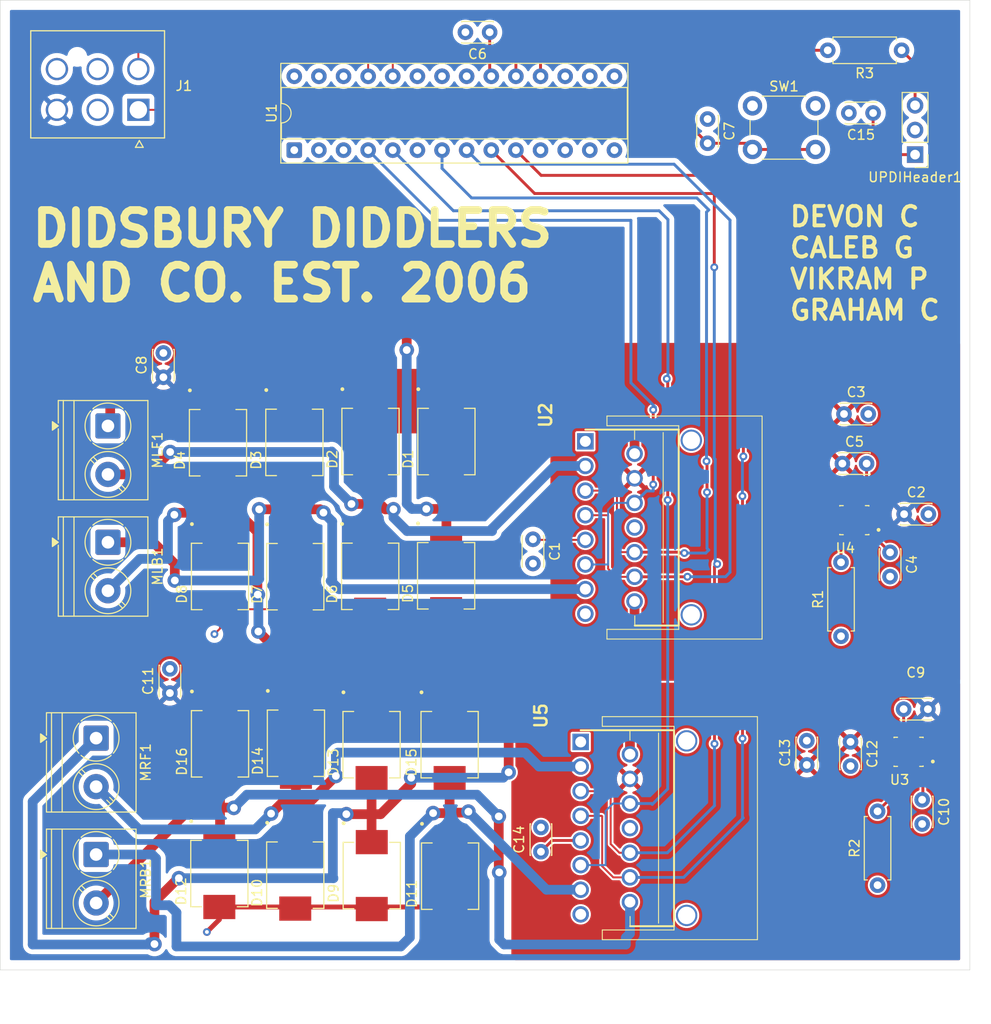
<source format=kicad_pcb>
(kicad_pcb (version 20241229) (generator "pcbnew") (generator_version "9.0")
  (layers (0 "F.Cu" signal) (4 "In1.Cu" signal) (6 "In2.Cu" signal) (2 "B.Cu" signal) (13 "F.Paste" user) (15 "B.Paste" user) (5 "F.SilkS" user "F.Silkscreen") (7 "B.SilkS" user "B.Silkscreen") (1 "F.Mask" user) (3 "B.Mask" user) (25 "Edge.Cuts" user))
  (net 0 "")
  (net 1 "GND")
  (net 2 "5V Logic")
  (net 3 "7.2V Motor")
  (net 4 "Net-(C3-+)")
  (net 5 "Net-(C4-+)")
  (net 6 "Net-(U2-OUT1)")
  (net 7 "Net-(C7--)")
  (net 8 "Net-(U2-OUT2)")
  (net 9 "Net-(C10-+)")
  (net 10 "Net-(C12-+)")
  (net 11 "Net-(U2-OUT3)")
  (net 12 "Net-(U2-OUT4)")
  (net 13 "Net-(U5-OUT1)")
  (net 14 "Net-(U5-OUT2)")
  (net 15 "Net-(U5-OUT3)")
  (net 16 "Net-(U5-OUT4)")
  (net 17 "SCL")
  (net 18 "SDA")
  (net 19 "Net-(R1--)")
  (net 20 "Net-(R2--)")
  (net 21 "Net-(R3-+)")
  (net 22 "Net-(R3--)")
  (net 23 "LFWD")
  (net 24 "RFWD")
  (net 25 "RPWM")
  (net 26 "LBWD")
  (net 29 "LPWM")
  (net 30 "RBWD")
  (footprint "B340-13-F:DIO_B340-13-F" (layer "F.Cu") (at 146.0725 87.6725 90)
    (property "Reference" "D1")
    (property "Value" "B340-13-F")
  )
  (footprint "TerminalBlock_Phoenix:TerminalBlock_Phoenix_PT-1,5-2-5.0-H_1x02_P5.00mm_Horizontal" (layer "F.Cu") (at 111.1625 86.06 -90)
    (property "Reference" "MLF1")
    (property "Value" "Screw_Terminal_2_P5.00mm" (hide yes))
  )
  (footprint "Package_DIP:DIP-28_W7.62mm_Socket" (layer "F.Cu") (at 130.38 57.62 90)
    (property "Reference" "U1")
    (property "Value" "AVR128DB28x-xSP")
  )
  (footprint "B340-13-F:DIO_B340-13-F" (layer "F.Cu") (at 130.5525 118.785 90)
    (property "Reference" "D14")
    (property "Value" "B340-13-F")
  )
  (footprint "B340-13-F:DIO_B340-13-F" (layer "F.Cu") (at 130.3925 87.76 90)
    (property "Reference" "D3")
    (property "Value" "B340-13-F")
  )
  (footprint "Capacitor_THT:C_Disc_D3.0mm_W2.0mm_P2.50mm" (layer "F.Cu") (at 191.83 99.1 -90)
    (property "Reference" "C4")
    (property "Value" "1nF")
  )
  (footprint "B340-13-F:DIO_B340-13-F" (layer "F.Cu") (at 138.2425 87.67 90)
    (property "Reference" "D2")
    (property "Value" "B340-13-F")
  )
  (footprint "Capacitor_THT:C_Disc_D3.0mm_W2.0mm_P2.50mm" (layer "F.Cu") (at 186.91 89.94)
    (property "Reference" "C5")
    (property "Value" "100nF")
  )
  (footprint "B340-13-F:DIO_B340-13-F" (layer "F.Cu") (at 122.7225 101.585 90)
    (property "Reference" "D8")
    (property "Value" "B340-13-F")
  )
  (footprint "TCKE812NA_RF:IC_TCKE812NA_RF" (layer "F.Cu") (at 193.74 119.67 180)
    (property "Reference" "U3")
    (property "Value" "TCKE812NA_RF" (hide yes))
  )
  (footprint "B340-13-F:DIO_B340-13-F" (layer "F.Cu") (at 138.2125 101.5725 90)
    (property "Reference" "D6")
    (property "Value" "B340-13-F")
  )
  (footprint "TerminalBlock_Phoenix:TerminalBlock_Phoenix_PT-1,5-2-5.0-H_1x02_P5.00mm_Horizontal" (layer "F.Cu") (at 111.1625 98.06 -90)
    (property "Reference" "MLB1")
    (property "Value" "Screw_Terminal_2_P5.00mm" (hide yes))
  )
  (footprint "B340-13-F:DIO_B340-13-F" (layer "F.Cu") (at 122.5125 87.7925 90)
    (property "Reference" "D4")
    (property "Value" "B340-13-F")
  )
  (footprint "Capacitor_THT:C_Disc_D3.0mm_W2.0mm_P2.50mm" (layer "F.Cu") (at 155 97.75 -90)
    (property "Reference" "C1")
    (property "Value" "100nF")
  )
  (footprint "B340-13-F:DIO_B340-13-F" (layer "F.Cu") (at 122.7225 118.845 90)
    (property "Reference" "D16")
    (property "Value" "B340-13-F")
  )
  (footprint "B340-13-F:DIO_B340-13-F" (layer "F.Cu") (at 146.4025 118.9325 90)
    (property "Reference" "D15")
    (property "Value" "B340-13-F")
  )
  (footprint "Resistor_THT:R_Axial_DIN0207_L6.3mm_D2.5mm_P7.62mm_Horizontal" (layer "F.Cu") (at 186.77 107.75 90)
    (property "Reference" "R1")
    (property "Value" "54.5k")
  )
  (footprint "TCKE812NA_RF:IC_TCKE812NA_RF" (layer "F.Cu") (at 188.1425 95.78 180)
    (property "Reference" "U4")
    (property "Value" "TCKE812NA_RF")
  )
  (footprint "B340-13-F:DIO_B340-13-F" (layer "F.Cu") (at 146.0425 101.515 90)
    (property "Reference" "D5")
    (property "Value" "B340-13-F")
  )
  (footprint "B340-13-F:DIO_B340-13-F" (layer "F.Cu") (at 146.4525 132.4925 90)
    (property "Reference" "D11")
    (property "Value" "B340-13-F")
  )
  (footprint "Capacitor_THT:C_Disc_D3.0mm_W2.0mm_P2.50mm" (layer "F.Cu") (at 195.73 115.27 180)
    (property "Reference" "C9")
    (property "Value" "1μF")
  )
  (footprint "Capacitor_THT:C_Disc_D3.0mm_W2.0mm_P2.50mm" (layer "F.Cu") (at 173.01 54.41 -90)
    (property "Reference" "C7")
    (property "Value" "1μF")
  )
  (footprint "Capacitor_THT:C_Disc_D3.0mm_W2.0mm_P2.50mm" (layer "F.Cu") (at 193.28 95.16)
    (property "Reference" "C2")
    (property "Value" "1μF")
  )
  (footprint "Connector_PinHeader_2.54mm:PinHeader_1x03_P2.54mm_Vertical" (layer "F.Cu") (at 194.41 58.08 180)
    (property "Reference" "UPDIHeader1")
    (property "Value" "PINHD_1x3_Male")
  )
  (footprint "B340-13-F:DIO_B340-13-F" (layer "F.Cu") (at 130.4825 132.3875 90)
    (property "Reference" "D10")
    (property "Value" "B340-13-F")
  )
  (footprint "Capacitor_THT:C_Disc_D3.0mm_W2.0mm_P2.50mm" (layer "F.Cu") (at 187.75 118.64 -90)
    (property "Reference" "C12")
    (property "Value" "1μF")
  )
  (footprint "Capacitor_THT:C_Disc_D3.0mm_W2.0mm_P2.50mm" (layer "F.Cu") (at 195.14 124.61 -90)
    (property "Reference" "C10")
    (property "Value" "1nF")
  )
  (footprint "TerminalBlock_Phoenix:TerminalBlock_Phoenix_PT-1,5-2-5.0-H_1x02_P5.00mm_Horizontal" (layer "F.Cu") (at 109.9425 130.26 -90)
    (property "Reference" "MRB1")
    (property "Value" "Screw_Terminal_2_P5.00mm" (hide yes))
  )
  (footprint "B340-13-F:DIO_B340-13-F" (layer "F.Cu") (at 138.3525 118.9325 90)
    (property "Reference" "D13")
    (property "Value" "B340-13-F")
  )
  (footprint "Resistor_THT:R_Axial_DIN0207_L6.3mm_D2.5mm_P7.62mm_Horizontal" (layer "F.Cu") (at 190.54 133.42 90)
    (property "Reference" "R2")
    (property "Value" "54.5k")
  )
  (footprint "2125201006:MOLEX_2125201006" (layer "F.Cu") (at 114.3 53.46)
    (property "Reference" "J1")
    (property "Value" "2125201006")
  )
  (footprint "B340-13-F:DIO_B340-13-F" (layer "F.Cu") (at 130.4825 101.6075 90)
    (property "Reference" "D7")
    (property "Value" "B340-13-F")
  )
  (footprint "B340-13-F:DIO_B340-13-F" (layer "F.Cu") (at 122.6525 132.2225 90)
    (property "Reference" "D12")
    (property "Value" "B340-13-F")
  )
  (footprint "Resistor_THT:R_Axial_DIN0207_L6.3mm_D2.5mm_P7.62mm_Horizontal" (layer "F.Cu") (at 193.02 47.32 180)
    (property "Reference" "R3")
    (property "Value" "1.2k")
  )
  (footprint "Capacitor_THT:C_Disc_D3.0mm_W2.0mm_P2.50mm" (layer "F.Cu") (at 116.88 81.04 90)
    (property "Reference" "C8")
    (property "Value" "220μF")
  )
  (footprint "Capacitor_THT:C_Disc_D3.0mm_W2.0mm_P2.50mm" (layer "F.Cu") (at 187.08 84.83)
    (property "Reference" "C3")
    (property "Value" "1μF")
  )
  (footprint "L298N:Multiwatt15L V with heatsink v2" (layer "F.Cu") (at 160.4 87.65 -90)
    (property "Reference" "U2")
    (property "Value" "L298N" (hide yes))
  )
  (footprint "L298N:Multiwatt15L V with heatsink v2" (layer "F.Cu") (at 159.92 118.65 -90)
    (property "Reference" "U5")
    (property "Value" "L298N" (hide yes))
  )
  (footprint "B340-13-F:DIO_B340-13-F" (layer "F.Cu") (at 138.3725 132.4325 90)
    (property "Reference" "D9")
    (property "Value" "B340-13-F")
  )
  (footprint "Capacitor_THT:C_Disc_D3.0mm_W2.0mm_P2.50mm" (layer "F.Cu") (at 190.08 53.79 180)
    (property "Reference" "C15")
    (property "Value" "1μF")
  )
  (footprint "Capacitor_THT:C_Disc_D3.0mm_W2.0mm_P2.50mm" (layer "F.Cu") (at 150.53 45.46 180)
    (property "Reference" "C6")
    (property "Value" "1μF")
  )
  (footprint "Capacitor_THT:C_Disc_D3.0mm_W2.0mm_P2.50mm" (layer "F.Cu") (at 155.82 129.97 90)
    (property "Reference" "C14")
    (property "Value" "100nF")
  )
  (footprint "Capacitor_THT:C_Disc_D3.0mm_W2.0mm_P2.50mm" (layer "F.Cu") (at 183.24 121.02 90)
    (property "Reference" "C13")
    (property "Value" "100nF" (hide yes))
  )
  (footprint "Capacitor_THT:C_Disc_D3.0mm_W2.0mm_P2.50mm" (layer "F.Cu") (at 117.55 113.61 90)
    (property "Reference" "C11")
    (property "Value" "220μF")
  )
  (footprint "TerminalBlock_Phoenix:TerminalBlock_Phoenix_PT-1,5-2-5.0-H_1x02_P5.00mm_Horizontal" (layer "F.Cu") (at 109.9425 118.26 -90)
    (property "Reference" "MRF1")
    (property "Value" "Screw_Terminal_2_P5.00mm" (hide yes))
  )
  (footprint "Button_Switch_THT:SW_PUSH_6mm" (layer "F.Cu") (at 177.64 53.05)
    (property "Reference" "SW1")
    (property "Value" "SW_Push")
  )
  (gr_line (start 200.055 42.16) (end 100.055 42.16) (stroke (width 0.05)) (layer "Edge.Cuts"))
  (gr_line (start 100.055 142.16) (end 200.055 142.16) (stroke (width 0.05)) (layer "Edge.Cuts"))
  (gr_line (start 200.055 142.16) (end 200.055 42.16) (stroke (width 0.05)) (layer "Edge.Cuts"))
  (gr_line (start 100.055 42.16) (end 100.055 142.16) (stroke (width 0.05)) (layer "Edge.Cuts"))
  (gr_text "DEVON C\nCALEB G\nVIKRAM P\nGRAHAM C" (at 181.3 75.3 0) (layer "F.SilkS") (effects (font (size 2 2) (thickness 0.4) (bold yes)) (justify left bottom)))
  (gr_text "DIDSBURY DIDDLERS\nAND CO. EST. 2006" (at 103 73.4 0) (layer "F.SilkS") (effects (font (size 3.5 3.5) (thickness 0.8) (bold yes)) (justify left bottom)))
  (segment (start 189.3 91.6) (end 188.7 91.6) (width 0.3) (layer "F.Cu") (net 1))
  (segment (start 122.6525 135.6725) (end 122.6525 136.9675) (width 0.5) (layer "F.Cu") (net 1))
  (segment (start 146.0425 104.965) (end 122.7925 104.965) (width 0.2) (layer "F.Cu") (net 1))
  (segment (start 188.7 91.6) (end 188.1425 92.1575) (width 0.3) (layer "F.Cu") (net 1))
  (segment (start 122.6525 135.6725) (end 146.1825 135.6725) (width 0.5) (layer "F.Cu") (net 1))
  (segment (start 122.7925 104.965) (end 122.7225 105.035) (width 0.2) (layer "F.Cu") (net 1))
  (segment (start 193.23 119.16) (end 193.74 119.67) (width 0.3) (layer "F.Cu") (net 1))
  (segment (start 122.6525 136.9675) (end 121.37 138.25) (width 0.5) (layer "F.Cu") (net 1))
  (segment (start 148.04 49.88) (end 148.16 50) (width 0.3) (layer "F.Cu") (net 1))
  (segment (start 122.7225 105.035) (end 122.7225 106.9575) (width 0.2) (layer "F.Cu") (net 1))
  (segment (start 193.23 115.27) (end 193.23 119.16) (width 0.3) (layer "F.Cu") (net 1))
  (segment (start 122.7225 106.9575) (end 122.15 107.53) (width 0.2) (layer "F.Cu") (net 1))
  (segment (start 188.1425 92.1575) (end 188.1425 95.78) (width 0.3) (layer "F.Cu") (net 1))
  (segment (start 189.41 91.49) (end 189.3 91.6) (width 0.3) (layer "F.Cu") (net 1))
  (segment (start 189.41 89.94) (end 189.41 91.49) (width 0.3) (layer "F.Cu") (net 1))
  (segment (start 146.1825 135.6725) (end 146.4525 135.9425) (width 0.2) (layer "F.Cu") (net 1))
  (via (at 121.37 138.25) (size 0.8) (drill 0.4) (layers "F.Cu" "B.Cu") (net 1))
  (via (at 122.15 107.53) (size 0.8) (drill 0.4) (layers "F.Cu" "B.Cu") (net 1))
  (segment (start 156.98 128.81) (end 155.82 129.97) (width 0.3) (layer "F.Cu") (net 2))
  (segment (start 190.08 53.79) (end 190.08 56.27) (width 0.3) (layer "F.Cu") (net 2))
  (segment (start 159.92 128.81) (end 156.98 128.81) (width 0.3) (layer "F.Cu") (net 2))
  (segment (start 155.06 97.81) (end 155 97.75) (width 0.2) (layer "F.Cu") (net 2))
  (segment (start 191.89 58.08) (end 194.41 58.08) (width 0.3) (layer "F.Cu") (net 2))
  (segment (start 150.54 49.84) (end 150.7 50) (width 0.3) (layer "F.Cu") (net 2))
  (segment (start 150.54 45.98) (end 150.54 49.84) (width 0.3) (layer "F.Cu") (net 2))
  (segment (start 160.4 97.81) (end 155.06 97.81) (width 0.2) (layer "F.Cu") (net 2))
  (segment (start 190.08 56.27) (end 191.89 58.08) (width 0.3) (layer "F.Cu") (net 2))
  (segment (start 146.315 115.395) (end 146.4025 115.4825) (width 2.1) (layer "F.Cu") (net 3))
  (segment (start 189.615 94.85) (end 189.615 95.13) (width 0.3) (layer "F.Cu") (net 3))
  (segment (start 189.645 95.16) (end 189.615 95.13) (width 0.3) (layer "F.Cu") (net 3))
  (segment (start 122.6325 84.2225) (end 122.5125 84.3425) (width 0.2) (layer "F.Cu") (net 3))
  (segment (start 187.08 84.83) (end 186.665 85.245) (width 0.3) (layer "F.Cu") (net 4))
  (segment (start 191.83 99.1) (end 189.6175 96.8875) (width 0.3) (layer "F.Cu") (net 5))
  (segment (start 189.6175 96.8875) (end 189.6175 96.851) (width 0.3) (layer "F.Cu") (net 5))
  (segment (start 141.98 76.63) (end 141.98 78.23) (width 1) (layer "F.Cu") (net 6))
  (segment (start 154.13 82.47) (end 155.11 81.49) (width 1) (layer "F.Cu") (net 6))
  (segment (start 146.0725 94.69) (end 148.67 94.69) (width 1) (layer "F.Cu") (net 6))
  (segment (start 140.01 74.66) (end 141.98 76.63) (width 1) (layer "F.Cu") (net 6))
  (segment (start 111.4 74.74) (end 139.93 74.74) (width 1) (layer "F.Cu") (net 6))
  (segment (start 146.0725 94.69) (end 146.0725 98.035) (width 1) (layer "F.Cu") (net 6))
  (segment (start 165.48 85.02) (end 165.48 88.92) (width 1) (layer "F.Cu") (net 6))
  (segment (start 111.4 85.8225) (end 111.4 74.74) (width 1) (layer "F.Cu") (net 6))
  (segment (start 155.11 81.49) (end 161.95 81.49) (width 1) (layer "F.Cu") (net 6))
  (segment (start 146.0025 94.62) (end 146.0725 94.69) (width 1) (layer "F.Cu") (net 6))
  (segment (start 111.1625 86.06) (end 111.4 85.8225) (width 1) (layer "F.Cu") (net 6))
  (segment (start 154.13 89.23) (end 154.13 82.47) (width 1) (layer "F.Cu") (net 6))
  (segment (start 146.0725 91.1225) (end 146.0725 94.69) (width 1) (layer "F.Cu") (net 6))
  (segment (start 148.67 94.69) (end 154.13 89.23) (width 1) (layer "F.Cu") (net 6))
  (segment (start 144 94.62) (end 146.0025 94.62) (width 1) (layer "F.Cu") (net 6))
  (segment (start 139.93 74.74) (end 140.01 74.66) (width 1) (layer "F.Cu") (net 6))
  (segment (start 146.0725 98.035) (end 146.0425 98.065) (width 1) (layer "F.Cu") (net 6))
  (segment (start 161.95 81.49) (end 165.48 85.02) (width 1) (layer "F.Cu") (net 6))
  (via (at 144 94.62) (size 1.5) (drill 0.8) (layers "F.Cu" "B.Cu") (net 6))
  (via (at 141.98 78.23) (size 1.5) (drill 0.8) (layers "F.Cu" "B.Cu") (net 6))
  (segment (start 144 94.62) (end 142.51 94.62) (width 1) (layer "B.Cu") (net 6))
  (segment (start 141.98 94.09) (end 141.98 78.23) (width 1) (layer "B.Cu") (net 6))
  (segment (start 142.51 94.62) (end 141.98 94.09) (width 1) (layer "B.Cu") (net 6))
  (segment (start 156.95 47.41) (end 169.86 47.41) (width 0.3) (layer "F.Cu") (net 7))
  (segment (start 155.78 48.58) (end 156.95 47.41) (width 0.3) (layer "F.Cu") (net 7))
  (segment (start 170.55 54.45) (end 173.01 56.91) (width 0.3) (layer "F.Cu") (net 7))
  (segment (start 170.55 48.1) (end 170.55 54.45) (width 0.3) (layer "F.Cu") (net 7))
  (segment (start 173.01 56.91) (end 177 56.91) (width 0.3) (layer "F.Cu") (net 7))
  (segment (start 169.86 47.41) (end 170.55 48.1) (width 0.3) (layer "F.Cu") (net 7))
  (segment (start 184.14 57.55) (end 177.64 57.55) (width 0.3) (layer "F.Cu") (net 7))
  (segment (start 177 56.91) (end 177.64 57.55) (width 0.3) (layer "F.Cu") (net 7))
  (segment (start 155.78 50) (end 155.78 48.58) (width 0.3) (layer "F.Cu") (net 7))
  (segment (start 139.77 94.66) (end 139.42 94.31) (width 1) (layer "F.Cu") (net 8))
  (segment (start 138.2425 91.12) (end 138.2425 94.31) (width 1) (layer "F.Cu") (net 8))
  (segment (start 138.0425 94.11) (end 138.2425 94.31) (width 1) (layer "F.Cu") (net 8))
  (segment (start 136.28 94.11) (end 138.0425 94.11) (width 1) (layer "F.Cu") (net 8))
  (segment (start 115.27 91.06) (end 117.58 88.75) (width 1) (layer "F.Cu") (net 8))
  (segment (start 139.42 94.31) (end 138.2425 94.31) (width 1) (layer "F.Cu") (net 8))
  (segment (start 138.2425 94.31) (end 138.2425 98.0925) (width 1) (layer "F.Cu") (net 8))
  (segment (start 140.61 94.66) (end 139.77 94.66) (width 1) (layer "F.Cu") (net 8))
  (segment (start 138.2425 98.0925) (end 138.2125 98.1225) (width 1) (layer "F.Cu") (net 8))
  (segment (start 111.1625 91.06) (end 115.27 91.06) (width 1) (layer "F.Cu") (net 8))
  (via (at 140.61 94.66) (size 1.5) (drill 0.8) (layers "F.Cu" "B.Cu") (net 8))
  (via (at 117.58 88.75) (size 1.5) (drill 0.8) (layers "F.Cu" "B.Cu") (net 8))
  (via (at 136.28 94.11) (size 1.5) (drill 0.8) (layers "F.Cu" "B.Cu") (net 8))
  (segment (start 142.01 96.9) (end 150.78 96.9) (width 1) (layer "B.Cu") (net 8))
  (segment (start 150.78 96.9) (end 150.78 96.66) (width 1) (layer "B.Cu") (net 8))
  (segment (start 134.23 88.7) (end 134.18 88.75) (width 1) (layer "B.Cu") (net 8))
  (segment (start 140.61 95.5) (end 142.01 96.9) (width 1) (layer "B.Cu") (net 8))
  (segment (start 134.18 88.75) (end 117.58 88.75) (width 1) (layer "B.Cu") (net 8))
  (segment (start 134.48 92.31) (end 134.48 88.95) (width 1) (layer "B.Cu") (net 8))
  (segment (start 150.78 96.66) (end 157.25 90.19) (width 1) (layer "B.Cu") (net 8))
  (segment (start 134.48 88.95) (end 134.23 88.7) (width 1) (layer "B.Cu") (net 8))
  (segment (start 136.28 94.11) (end 134.48 92.31) (width 1) (layer "B.Cu") (net 8))
  (segment (start 140.61 94.66) (end 140.61 95.5) (width 1) (layer "B.Cu") (net 8))
  (segment (start 157.25 90.19) (end 160.4 90.19) (width 1) (layer "B.Cu") (net 8))
  (segment (start 195.215 124.535) (end 195.14 124.61) (width 0.3) (layer "F.Cu") (net 9))
  (segment (start 195.215 120.67) (end 195.215 124.535) (width 0.3) (layer "F.Cu") (net 9))
  (segment (start 115.84 98.06) (end 118.06 100.28) (width 1) (layer "F.Cu") (net 11))
  (segment (start 118.06 100.28) (end 118.06 102) (width 1) (layer "F.Cu") (net 11))
  (segment (start 133.05 94.66) (end 133.39 95) (width 1) (layer "F.Cu") (net 11))
  (segment (start 130.3925 91.21) (end 130.3925 94.61) (width 1) (layer "F.Cu") (net 11))
  (segment (start 130.3425 94.66) (end 130.3925 94.61) (width 1) (layer "F.Cu") (net 11))
  (segment (start 111.1625 98.06) (end 115.84 98.06) (width 1) (layer "F.Cu") (net 11))
  (segment (start 126.76 94.66) (end 130.3425 94.66) (width 1) (layer "F.Cu") (net 11))
  (segment (start 130.3425 94.66) (end 133.05 94.66) (width 1) (layer "F.Cu") (net 11))
  (segment (start 130.3925 94.61) (end 130.3925 98.0675) (width 1) (layer "F.Cu") (net 11))
  (segment (start 130.3925 98.0675) (end 130.4825 98.1575) (width 1) (layer "F.Cu") (net 11))
  (via (at 126.76 94.66) (size 1.5) (drill 0.8) (layers "F.Cu" "B.Cu") (net 11))
  (via (at 118.06 102) (size 1.5) (drill 0.8) (layers "F.Cu" "B.Cu") (net 11))
  (via (at 133.39 95) (size 1.5) (drill 0.8) (layers "F.Cu" "B.Cu") (net 11))
  (segment (start 134.29 101.89) (end 134.14 102.04) (width 1) (layer "B.Cu") (net 11))
  (segment (start 118.06 102) (end 126.61 102) (width 1) (layer "B.Cu") (net 11))
  (segment (start 126.76 101.85) (end 126.76 94.66) (width 1) (layer "B.Cu") (net 11))
  (segment (start 134.14 102.04) (end 134.99 102.89) (width 1) (layer "B.Cu") (net 11))
  (segment (start 134.99 102.89) (end 160.4 102.89) (width 1) (layer "B.Cu") (net 11))
  (segment (start 134.29 95.9) (end 134.29 101.89) (width 1) (layer "B.Cu") (net 11))
  (segment (start 126.61 102) (end 126.76 101.85) (width 1) (layer "B.Cu") (net 11))
  (segment (start 133.39 95) (end 134.29 95.9) (width 1) (layer "B.Cu") (net 11))
  (segment (start 165.53 108.7) (end 129 108.7) (width 1) (layer "F.Cu") (net 12))
  (segment (start 122.5125 91.2425) (end 122.5125 95.02) (width 1) (layer "F.Cu") (net 12))
  (segment (start 124.6 95.02) (end 122.5125 95.02) (width 1) (layer "F.Cu") (net 12))
  (segment (start 122.5125 97.925) (end 122.7225 98.135) (width 1) (layer "F.Cu") (net 12))
  (segment (start 126.61796 103.449979) (end 126.58 103.412019) (width 1) (layer "F.Cu") (net 12))
  (segment (start 126.58 103.412019) (end 126.58 97) (width 1) (layer "F.Cu") (net 12))
  (segment (start 128.17 108.75) (end 126.68 107.26) (width 1) (layer "F.Cu") (net 12))
  (segment (start 128.95 108.75) (end 128.17 108.75) (width 1) (layer "F.Cu") (net 12))
  (segment (start 118.21 95.02) (end 118.01 95.22) (width 1) (layer "F.Cu") (net 12))
  (segment (start 165.48 104.16) (end 165.48 108.65) (width 1) (layer "F.Cu") (net 12))
  (segment (start 122.5125 95.02) (end 118.21 95.02) (width 1) (layer "F.Cu") (net 12))
  (segment (start 122.5125 95.02) (end 122.5125 97.925) (width 1) (layer "F.Cu") (net 12))
  (segment (start 129 108.7) (end 128.95 108.75) (width 1) (layer "F.Cu") (net 12))
  (segment (start 126.58 97) (end 124.6 95.02) (width 1) (layer "F.Cu") (net 12))
  (segment (start 165.48 108.65) (end 165.53 108.7) (width 1) (layer "F.Cu") (net 12))
  (via (at 126.61796 103.449979) (size 1.5) (drill 0.8) (layers "F.Cu" "B.Cu") (net 12))
  (via (at 126.68 107.26) (size 1.5) (drill 0.8) (layers "F.Cu" "B.Cu") (net 12))
  (via (at 118.01 95.22) (size 1.5) (drill 0.8) (layers "F.Cu" "B.Cu") (net 12))
  (segment (start 118.01 95.22) (end 117.35 95.88) (width 1) (layer "B.Cu") (net 12))
  (segment (start 126.68 103.512019) (end 126.61796 103.449979) (width 1) (layer "B.Cu") (net 12))
  (segment (start 114.4525 99.77) (end 111.1625 103.06) (width 1) (layer "B.Cu") (net 12))
  (segment (start 117.35 99.77) (end 114.4525 99.77) (width 1) (layer "B.Cu") (net 12))
  (segment (start 126.68 107.26) (end 126.68 103.512019) (width 1) (layer "B.Cu") (net 12))
  (segment (start 117.35 95.88) (end 117.35 99.77) (width 1) (layer "B.Cu") (net 12))
  (segment (start 142.44 122.95) (end 142.44 122.339) (width 1) (layer "F.Cu") (net 13))
  (segment (start 118.48 132.700989) (end 118.409011 132.700989) (width 1) (layer "F.Cu") (net 13))
  (segment (start 139.29 126.1) (end 142.44 122.95) (width 1) (layer "F.Cu") (net 13))
  (segment (start 152.49 121.78) (end 152.49 114.61) (width 1) (layer "F.Cu") (net 13))
  (segment (start 115.962563 135.147437) (end 115.962563 139.497437) (width 1) (layer "F.Cu") (net 13))
  (segment (start 138.3525 128.9625) (end 138.3725 128.9825) (width 0.2) (layer "F.Cu") (net 13))
  (segment (start 152.49 114.61) (end 164.71 114.61) (width 1) (layer "F.Cu") (net 13))
  (segment (start 118.409011 132.700989) (end 115.962563 135.147437) (width 1) (layer "F.Cu") (net 13))
  (segment (start 165 114.9) (end 165 119.92) (width 1) (layer "F.Cu") (net 13))
  (segment (start 138.2925 126.1) (end 138.3525 126.16) (width 1) (layer "F.Cu") (net 13))
  (segment (start 135.75 126.1) (end 138.2925 126.1) (width 1) (layer "F.Cu") (net 13))
  (segment (start 138.3525 122.3825) (end 138.3525 126.16) (width 1) (layer "F.Cu") (net 13))
  (segment (start 138.2925 126.1) (end 139.29 126.1) (width 1) (layer "F.Cu") (net 13))
  (segment (start 138.3525 126.16) (end 138.3525 128.9625) (width 1) (layer "F.Cu") (net 13))
  (segment (start 164.71 114.61) (end 165 114.9) (width 1) (layer "F.Cu") (net 13))
  (via (at 142.44 122.339) (size 1.5) (drill 0.8) (layers "F.Cu" "B.Cu") (net 13))
  (via (at 135.75 126.1) (size 1.5) (drill 0.8) (layers "F.Cu" "B.Cu") (net 13))
  (via (at 118.48 132.700989) (size 1.5) (drill 0.8) (layers "F.Cu" "B.Cu") (net 13))
  (via (at 115.962563 139.497437) (size 1.5) (drill 0.8) (layers "F.Cu" "B.Cu") (net 13))
  (via (at 152.49 121.78) (size 1.5) (drill 0.8) (layers "F.Cu" "B.Cu") (net 13))
  (segment (start 134.36 132.64) (end 134.36 125.99) (width 1) (layer "B.Cu") (net 13))
  (segment (start 134.36 125.99) (end 135.64 125.99) (width 1) (layer "B.Cu") (net 13))
  (segment (start 135.64 125.99) (end 135.75 126.1) (width 1) (layer "B.Cu") (net 13))
  (segment (start 119 132.7) (end 134.42 132.7) (width 1) (layer "B.Cu") (net 13))
  (segment (start 151.931 122.339) (end 152.49 121.78) (width 1) (layer "B.Cu") (net 13))
  (segment (start 118.999011 132.700989) (end 119 132.7) (width 1) (layer "B.Cu") (net 13))
  (segment (start 115.47 139.31) (end 115.775126 139.31) (width 1) (layer "B.Cu") (net 13))
  (segment (start 103.4 124.8025) (end 103.4 139.54) (width 1) (layer "B.Cu") (net 13))
  (segment (start 103.4 139.54) (end 115.24 139.54) (width 1) (layer "B.Cu") (net 13))
  (segment (start 109.9425 118.26) (end 103.4 124.8025) (width 1) (layer "B.Cu") (net 13))
  (segment (start 115.24 139.54) (end 115.47 139.31) (width 1) (layer "B.Cu") (net 13))
  (segment (start 115.775126 139.31) (end 115.962563 139.497437) (width 1) (layer "B.Cu") (net 13))
  (segment (start 134.42 132.7) (end 134.36 132.64) (width 1) (layer "B.Cu") (net 13))
  (segment (start 142.44 122.339) (end 151.931 122.339) (width 1) (layer "B.Cu") (net 13))
  (segment (start 118.48 132.700989) (end 118.999011 132.700989) (width 1) (layer "B.Cu") (net 13))
  (segment (start 130.5525 128.8675) (end 130.4825 128.9375) (width 1) (layer "F.Cu") (net 14))
  (segment (start 130.5525 124.9) (end 131.93 124.9) (width 1) (layer "F.Cu") (net 14))
  (segment (start 130.5525 122.235) (end 130.5525 124.9) (width 1) (layer "F.Cu") (net 14))
  (segment (start 130.5525 124.9) (end 130.5525 128.8675) (width 1) (layer "F.Cu") (net 14))
  (segment (start 131.93 124.9) (end 134.67 122.16) (width 1) (layer "F.Cu") (net 14))
  (segment (start 130.5525 124.9) (end 129.13 124.9) (width 1) (layer "F.Cu") (net 14))
  (segment (start 129.13 124.9) (end 127.99 126.04) (width 1) (layer "F.Cu") (net 14))
  (via (at 134.67 122.16) (size 1.5) (drill 0.8) (layers "F.Cu" "B.Cu") (net 14))
  (via (at 127.99 126.04) (size 1.5) (drill 0.8) (layers "F.Cu" "B.Cu") (net 14))
  (segment (start 127.99 126.04) (end 126.36 127.67) (width 1) (layer "B.Cu") (net 14))
  (segment (start 134.67 122.16) (end 134.67 119.96) (width 1) (layer "B.Cu") (net 14))
  (segment (start 155.63 121.19) (end 159.92 121.19) (width 1) (layer "B.Cu") (net 14))
  (segment (start 114.3525 127.67) (end 109.9425 123.26) (width 1) (layer "B.Cu") (net 14))
  (segment (start 154.19 119.75) (end 155.63 121.19) (width 1) (layer "B.Cu") (net 14))
  (segment (start 134.67 119.96) (end 134.88 119.75) (width 1) (layer "B.Cu") (net 14))
  (segment (start 134.88 119.75) (end 154.19 119.75) (width 1) (layer "B.Cu") (net 14))
  (segment (start 126.36 127.67) (end 114.3525 127.67) (width 1) (layer "B.Cu") (net 14))
  (segment (start 146.4025 122.3825) (end 146.4025 125.94) (width 1) (layer "F.Cu") (net 15))
  (segment (start 146.4025 125.94) (end 148.24 125.94) (width 1) (layer "F.Cu") (net 15))
  (segment (start 148.24 125.94) (end 148.34 125.84) (width 1) (layer "F.Cu") (net 15))
  (segment (start 146.4025 128.9925) (end 146.4525 129.0425) (width 0.2) (layer "F.Cu") (net 15))
  (segment (start 146.4025 125.94) (end 146.4025 128.9925) (width 1) (layer "F.Cu") (net 15))
  (segment (start 144.7 125.99) (end 146.3525 125.99) (width 1) (layer "F.Cu") (net 15))
  (segment (start 146.3525 125.99) (end 146.4025 125.94) (width 1) (layer "F.Cu") (net 15))
  (via (at 148.34 125.84) (size 1.5) (drill 0.8) (layers "F.Cu" "B.Cu") (net 15))
  (via (at 144.7 125.99) (size 1.5) (drill 0.8) (layers "F.Cu" "B.Cu") (net 15))
  (segment (start 118.23 139.74) (end 118.23 136.243013) (width 1) (layer "B.Cu") (net 15))
  (segment (start 116.12 130.66) (end 115.72 130.26) (width 1) (layer "B.Cu") (net 15))
  (segment (start 141.37 139.74) (end 118.23 139.74) (width 1) (layer "B.Cu") (net 15))
  (segment (start 144.7 125.99) (end 142.3 128.39) (width 1) (layer "B.Cu") (net 15))
  (segment (start 118.23 136.243013) (end 117.476987 135.49) (width 1) (layer "B.Cu") (net 15))
  (segment (start 116.12 135.49) (end 116.12 130.66) (width 1) (layer "B.Cu") (net 15))
  (segment (start 142.3 128.39) (end 142.3 138.81) (width 1) (layer "B.Cu") (net 15))
  (segment (start 117.476987 135.49) (end 116.12 135.49) (width 1) (layer "B.Cu") (net 15))
  (segment (start 115.72 130.26) (end 109.9425 130.26) (width 1) (layer "B.Cu") (net 15))
  (segment (start 156.39 133.89) (end 159.92 133.89) (width 1) (layer "B.Cu") (net 15))
  (segment (start 148.34 125.84) (end 156.39 133.89) (width 1) (layer "B.Cu") (net 15))
  (segment (start 142.3 138.81) (end 141.37 139.74) (width 1) (layer "B.Cu") (net 15))
  (segment (start 151.47 126.33) (end 151.47 132.05) (width 1) (layer "F.Cu") (net 16))
  (segment (start 122.7225 125.42) (end 122.7225 128.7025) (width 1) (layer "F.Cu") (net 16))
  (segment (start 151.47 132.05) (end 151.52 132.1) (width 1) (layer "F.Cu") (net 16))
  (segment (start 119.7825 125.42) (end 122.7225 125.42) (width 1) (layer "F.Cu") (net 16))
  (segment (start 122.7225 122.295) (end 122.7225 125.42) (width 1) (layer "F.Cu") (net 16))
  (segment (start 124.11 125.42) (end 124.14 125.45) (width 1) (layer "F.Cu") (net 16))
  (segment (start 122.7225 128.7025) (end 122.6525 128.7725) (width 1) (layer "F.Cu") (net 16))
  (segment (start 109.9425 135.26) (end 119.7825 125.42) (width 1) (layer "F.Cu") (net 16))
  (segment (start 122.7225 125.42) (end 124.11 125.42) (width 1) (layer "F.Cu") (net 16))
  (via (at 124.14 125.45) (size 1.5) (drill 0.8) (layers "F.Cu" "B.Cu") (net 16))
  (via (at 151.47 126.33) (size 1.5) (drill 0.8) (layers "F.Cu" "B.Cu") (net 16))
  (via (at 151.52 132.1) (size 1.5) (drill 0.8) (layers "F.Cu" "B.Cu") (net 16))
  (segment (start 151.52 139.03) (end 152.03 139.54) (width 1) (layer "B.Cu") (net 16))
  (segment (start 165 138.41) (end 165 135.16) (width 1) (layer "B.Cu") (net 16))
  (segment (start 164.58 138.83) (end 165 138.41) (width 1) (layer "B.Cu") (net 16))
  (segment (start 125.501 124.089) (end 149.229 124.089) (width 1) (layer "B.Cu") (net 16))
  (segment (start 151.52 132.1) (end 151.52 139.03) (width 1) (layer "B.Cu") (net 16))
  (segment (start 152.03 139.54) (end 164.58 139.54) (width 1) (layer "B.Cu") (net 16))
  (segment (start 164.58 139.54) (end 164.58 138.83) (width 1) (layer "B.Cu") (net 16))
  (segment (start 124.14 125.45) (end 125.501 124.089) (width 1) (layer "B.Cu") (net 16))
  (segment (start 149.229 124.089) (end 151.47 126.33) (width 1) (layer "B.Cu") (net 16))
  (segment (start 138 47.9) (end 138 50) (width 0.2) (layer "F.Cu") (net 17))
  (segment (start 119.36 52.41) (end 119.36 47.46) (width 0.2) (layer "F.Cu") (net 17))
  (segment (start 119.36 47.46) (end 119.68 47.14) (width 0.2) (layer "F.Cu") (net 17))
  (segment (start 118.31 53.46) (end 119.36 52.41) (width 0.2) (layer "F.Cu") (net 17))
  (segment (start 114.3 53.46) (end 118.31 53.46) (width 0.2) (layer "F.Cu") (net 17))
  (segment (start 119.68 47.14) (end 137.24 47.14) (width 0.2) (layer "F.Cu") (net 17))
  (segment (start 137.24 47.14) (end 138 47.9) (width 0.2) (layer "F.Cu") (net 17))
  (segment (start 139.88 45.4) (end 140.54 46.06) (width 0.2) (layer "F.Cu") (net 18))
  (segment (start 115.11 45.4) (end 139.88 45.4) (width 0.2) (layer "F.Cu") (net 18))
  (segment (start 140.54 46.06) (end 140.54 50) (width 0.2) (layer "F.Cu") (net 18))
  (segment (start 114.3 49.26) (end 114.3 46.21) (width 0.2) (layer "F.Cu") (net 18))
  (segment (start 114.3 46.21) (end 115.11 45.4) (width 0.2) (layer "F.Cu") (net 18))
  (segment (start 186.77 96.8825) (end 186.6675 96.78) (width 0.3) (layer "F.Cu") (net 19))
  (segment (start 186.77 100.13) (end 186.77 96.8825) (width 0.3) (layer "F.Cu") (net 19))
  (segment (start 186.77 96.955) (end 186.665 96.85) (width 0.3) (layer "F.Cu") (net 19))
  (segment (start 192.265 120.67) (end 192.265 124.075) (width 0.3) (layer "F.Cu") (net 20))
  (segment (start 192.265 124.075) (end 190.54 125.8) (width 0.3) (layer "F.Cu") (net 20))
  (segment (start 194.41 49.63) (end 194.41 53) (width 0.3) (layer "F.Cu") (net 21))
  (segment (start 193.02 47.32) (end 194.52 48.82) (width 0.3) (layer "F.Cu") (net 21))
  (segment (start 194.52 49.52) (end 194.41 49.63) (width 0.3) (layer "F.Cu") (net 21))
  (segment (start 194.52 48.82) (end 194.52 49.52) (width 0.3) (layer "F.Cu") (net 21))
  (segment (start 173.42 45.6) (end 154.36 45.6) (width 0.3) (layer "F.Cu") (net 22))
  (segment (start 153.24 46.72) (end 153.24 50) (width 0.3) (layer "F.Cu") (net 22))
  (segment (start 175.14 47.32) (end 173.42 45.6) (width 0.3) (layer "F.Cu") (net 22))
  (segment (start 154.36 45.6) (end 153.24 46.72) (width 0.3) (layer "F.Cu") (net 22))
  (segment (start 185.4 47.32) (end 175.14 47.32) (width 0.3) (layer "F.Cu") (net 22))
  (segment (start 172.95 92.9) (end 172.95 89.75) (width 0.3) (layer "F.Cu") (net 23))
  (segment (start 160.4 92.73) (end 163.36 92.73) (width 0.2) (layer "F.Cu") (net 23))
  (segment (start 163.66 98.6) (end 164.14 99.08) (width 0.2) (layer "F.Cu") (net 23))
  (segment (start 170.06 99.08) (end 165.48 99.08) (width 0.3) (layer "F.Cu") (net 23))
  (segment (start 170.15 99.17) (end 170.06 99.08) (width 0.3) (layer "F.Cu") (net 23))
  (segment (start 163.66 93.03) (end 163.66 98.6) (width 0.2) (layer "F.Cu") (net 23))
  (segment (start 170.61 99.17) (end 170.15 99.17) (width 0.3) (layer "F.Cu") (net 23))
  (segment (start 164.14 99.08) (end 165.48 99.08) (width 0.2) (layer "F.Cu") (net 23))
  (segment (start 172.95 89.75) (end 172.9 89.7) (width 0.3) (layer "F.Cu") (net 23))
  (segment (start 163.36 92.73) (end 163.66 93.03) (width 0.2) (layer "F.Cu") (net 23))
  (via (at 172.9 89.7) (size 0.8) (drill 0.4) (layers "F.Cu" "B.Cu") (net 23))
  (via (at 172.95 92.9) (size 0.8) (drill 0.4) (layers "F.Cu" "B.Cu") (net 23))
  (via (at 170.61 99.17) (size 0.8) (drill 0.4) (layers "F.Cu" "B.Cu") (net 23))
  (segment (start 145.62 59.5) (end 148.67 62.55) (width 0.3) (layer "B.Cu") (net 23))
  (segment (start 173.13 98.86) (end 172.95 98.68) (width 0.3) (layer "B.Cu") (net 23))
  (segment (start 172.82 99.17) (end 170.61 99.17) (width 0.3) (layer "B.Cu") (net 23))
  (segment (start 173.13 98.86) (end 172.82 99.17) (width 0.3) (layer "B.Cu") (net 23))
  (segment (start 172.9 89.7) (end 172.9 64.01) (width 0.3) (layer "B.Cu") (net 23))
  (segment (start 148.67 62.55) (end 171.9 62.55) (width 0.3) (layer "B.Cu") (net 23))
  (segment (start 171.9 62.55) (end 173.13 63.78) (width 0.3) (layer "B.Cu") (net 23))
  (segment (start 145.62 57.62) (end 145.62 59.5) (width 0.3) (layer "B.Cu") (net 23))
  (segment (start 172.9 64.01) (end 173.13 63.78) (width 0.3) (layer "B.Cu") (net 23))
  (segment (start 172.95 98.68) (end 172.95 92.9) (width 0.3) (layer "B.Cu") (net 23))
  (segment (start 162.9 123.73) (end 163.01 123.84) (width 0.2) (layer "F.Cu") (net 24))
  (segment (start 173.72 100.58) (end 173.72 118.84) (width 0.3) (layer "F.Cu") (net 24))
  (segment (start 163.01 129.17) (end 163.92 130.08) (width 0.2) (layer "F.Cu") (net 24))
  (segment (start 150.7 57.62) (end 155.17 62.09) (width 0.3) (layer "F.Cu") (net 24))
  (segment (start 173.7 62.09) (end 173.7 69.7) (width 0.3) (layer "F.Cu") (net 24))
  (segment (start 155.17 62.09) (end 173.7 62.09) (width 0.3) (layer "F.Cu") (net 24))
  (segment (start 163.92 130.08) (end 165 130.08) (width 0.2) (layer "F.Cu") (net 24))
  (segment (start 163.01 123.84) (end 163.01 129.17) (width 0.2) (layer "F.Cu") (net 24))
  (segment (start 159.92 123.73) (end 162.9 123.73) (width 0.2) (layer "F.Cu") (net 24))
  (segment (start 174 100.3) (end 173.72 100.58) (width 0.3) (layer "F.Cu") (net 24))
  (via (at 173.7 69.7) (size 0.8) (drill 0.4) (layers "F.Cu" "B.Cu") (net 24))
  (via (at 173.72 118.84) (size 0.8) (drill 0.4) (layers "F.Cu" "B.Cu") (net 24))
  (via (at 174 100.3) (size 0.8) (drill 0.4) (layers "F.Cu" "B.Cu") (net 24))
  (segment (start 173.72 125.22) (end 168.86 130.08) (width 0.3) (layer "B.Cu") (net 24))
  (segment (start 173.8 89.5) (end 173.8 100.1) (width 0.3) (layer "B.Cu") (net 24))
  (segment (start 168.86 130.08) (end 165 130.08) (width 0.3) (layer "B.Cu") (net 24))
  (segment (start 173.72 118.84) (end 173.72 125.22) (width 0.3) (layer "B.Cu") (net 24))
  (segment (start 173.7 89.4) (end 173.8 89.5) (width 0.3) (layer "B.Cu") (net 24))
  (segment (start 173.8 100.1) (end 174 100.3) (width 0.3) (layer "B.Cu") (net 24))
  (segment (start 173.7 69.7) (end 173.7 89.4) (width 0.3) (layer "B.Cu") (net 24))
  (segment (start 168.9 81.3) (end 168.8 81.2) (width 0.3) (layer "F.Cu") (net 25))
  (segment (start 168.9 93.7) (end 168.9 81.3) (width 0.3) (layer "F.Cu") (net 25))
  (via (at 168.9 93.7) (size 0.8) (drill 0.4) (layers "F.Cu" "B.Cu") (net 25))
  (via (at 168.8 81.2) (size 0.8) (drill 0.4) (layers "F.Cu" "B.Cu") (net 25))
  (segment (start 163.26 125) (end 165 125) (width 0.2) (layer "B.Cu") (net 25))
  (segment (start 168.92 81.08) (end 168.92 64.78) (width 0.3) (layer "B.Cu") (net 25))
  (segment (start 162.49 131.32) (end 162.49 125.77) (width 0.2) (layer "B.Cu") (net 25))
  (segment (start 168.8 81.2) (end 168.92 81.08) (width 0.3) (layer "B.Cu") (net 25))
  (segment (start 140.54 57.62) (end 146.79 63.87) (width 0.3) (layer "B.Cu") (net 25))
  (segment (start 168.895 123.495) (end 167.3 125.09) (width 0.3) (layer "B.Cu") (net 25))
  (segment (start 167.21 125) (end 165 125) (width 0.3) (layer "B.Cu") (net 25))
  (segment (start 168.895 93.705) (end 168.9 93.7) (width 0.3) (layer "B.Cu") (net 25))
  (segment (start 146.79 63.87) (end 168.01 63.87) (width 0.3) (layer "B.Cu") (net 25))
  (segment (start 168.01 63.87) (end 168.92 64.78) (width 0.3) (layer "B.Cu") (net 25))
  (segment (start 168.895 123.495) (end 168.895 93.705) (width 0.3) (layer "B.Cu") (net 25))
  (segment (start 159.92 131.35) (end 162.46 131.35) (width 0.2) (layer "B.Cu") (net 25))
  (segment (start 162.46 131.35) (end 162.49 131.32) (width 0.2) (layer "B.Cu") (net 25))
  (segment (start 167.3 125.09) (end 167.21 125) (width 0.3) (layer "B.Cu") (net 25))
  (segment (start 162.49 125.77) (end 163.26 125) (width 0.2) (layer "B.Cu") (net 25))
  (segment (start 163.58 101.62) (end 165.48 101.62) (width 0.2) (layer "F.Cu") (net 26))
  (segment (start 170.93 101.61) (end 170.92 101.62) (width 0.3) (layer "F.Cu") (net 26))
  (segment (start 162.75 100.79) (end 163.58 101.62) (width 0.2) (layer "F.Cu") (net 26))
  (segment (start 160.4 95.27) (end 162.69 95.27) (width 0.2) (layer "F.Cu") (net 26))
  (segment (start 170.92 101.62) (end 165.48 101.62) (width 0.3) (layer "F.Cu") (net 26))
  (segment (start 162.69 95.27) (end 162.75 95.33) (width 0.2) (layer "F.Cu") (net 26))
  (segment (start 162.75 95.33) (end 162.75 100.79) (width 0.2) (layer "F.Cu") (net 26))
  (via (at 170.93 101.61) (size 0.8) (drill 0.4) (layers "F.Cu" "B.Cu") (net 26))
  (segment (start 169.553786 59.071) (end 175.32 64.837214) (width 0.3) (layer "B.Cu") (net 26))
  (segment (start 175.32 64.837214) (end 175.32 101.15) (width 0.3) (layer "B.Cu") (net 26))
  (segment (start 174.86 101.61) (end 170.93 101.61) (width 0.3) (layer "B.Cu") (net 26))
  (segment (start 148.16 57.62) (end 149.611 59.071) (width 0.3) (layer "B.Cu") (net 26))
  (segment (start 175.32 101.15) (end 174.86 101.61) (width 0.3) (layer "B.Cu") (net 26))
  (segment (start 149.611 59.071) (end 169.553786 59.071) (width 0.3) (layer "B.Cu") (net 26))
  (segment (start 167.4 84.4) (end 167.4 92.1) (width 0.3) (layer "F.Cu") (net 29))
  (via (at 167.4 92.1) (size 0.8) (drill 0.4) (layers "F.Cu" "B.Cu") (net 29))
  (via (at 167.4 84.4) (size 0.8) (drill 0.4) (layers "F.Cu" "B.Cu") (net 29))
  (segment (start 162.75 100.37) (end 162.75 94.7) (width 0.2) (layer "B.Cu") (net 29))
  (segment (start 162.75 94.7) (end 163.45 94) (width 0.2) (layer "B.Cu") (net 29))
  (segment (start 167.4 84.35) (end 167.4 84.4) (width 0.3) (layer "B.Cu") (net 29))
  (segment (start 138 57.62) (end 145.24 64.86) (width 0.3) (layer "B.Cu") (net 29))
  (segment (start 166.71 92.77) (end 165.48 94) (width 0.3) (layer "B.Cu") (net 29))
  (segment (start 167.62 84.13) (end 167.4 84.35) (width 0.3) (layer "B.Cu") (net 29))
  (segment (start 165.1 64.86) (end 165.1 81.61) (width 0.3) (layer "B.Cu") (net 29))
  (segment (start 162.73 100.35) (end 162.75 100.37) (width 0.2) (layer "B.Cu") (net 29))
  (segment (start 167.4 92.1) (end 167.4 92.77) (width 0.3) (layer "B.Cu") (net 29))
  (segment (start 167.4 92.77) (end 166.71 92.77) (width 0.3) (layer "B.Cu") (net 29))
  (segment (start 145.24 64.86) (end 165.1 64.86) (width 0.3) (layer "B.Cu") (net 29))
  (segment (start 165.1 81.61) (end 167.62 84.13) (width 0.3) (layer "B.Cu") (net 29))
  (segment (start 160.4 100.35) (end 162.73 100.35) (width 0.2) (layer "B.Cu") (net 29))
  (segment (start 163.45 94) (end 165.48 94) (width 0.2) (layer "B.Cu") (net 29))
  (segment (start 163.29 132.62) (end 165 132.62) (width 0.2) (layer "F.Cu") (net 30))
  (segment (start 162.14 131.47) (end 163.29 132.62) (width 0.2) (layer "F.Cu") (net 30))
  (segment (start 153.24 57.62) (end 155.84 60.22) (width 0.3) (layer "F.Cu") (net 30))
  (segment (start 155.84 60.22) (end 175.56 60.22) (width 0.3) (layer "F.Cu") (net 30))
  (segment (start 162.08 126.27) (end 162.14 126.33) (width 0.2) (layer "F.Cu") (net 30))
  (segment (start 176.7 89.2) (end 176.7 61.54) (width 0.3) (layer "F.Cu") (net 30))
  (segment (start 159.92 126.27) (end 162.08 126.27) (width 0.2) (layer "F.Cu") (net 30))
  (segment (start 176.61 93.31) (end 176.6 93.3) (width 0.3) (layer "F.Cu") (net 30))
  (segment (start 176.61 118.3) (end 176.61 93.31) (width 0.3) (layer "F.Cu") (net 30))
  (segment (start 162.14 126.33) (end 162.14 131.47) (width 0.2) (layer "F.Cu") (net 30))
  (segment (start 176.7 61.54) (end 176.79 61.45) (width 0.3) (layer "F.Cu") (net 30))
  (segment (start 175.56 60.22) (end 176.79 61.45) (width 0.3) (layer "F.Cu") (net 30))
  (via (at 176.7 89.2) (size 0.8) (drill 0.4) (layers "F.Cu" "B.Cu") (net 30))
  (via (at 176.61 118.3) (size 0.8) (drill 0.4) (layers "F.Cu" "B.Cu") (net 30))
  (via (at 176.6 93.3) (size 0.8) (drill 0.4) (layers "F.Cu" "B.Cu") (net 30))
  (segment (start 176.6 93.3) (end 176.6 89.3) (width 0.3) (layer "B.Cu") (net 30))
  (segment (start 176.68 126.48) (end 170.54 132.62) (width 0.3) (layer "B.Cu") (net 30))
  (segment (start 176.61 126.41) (end 176.68 126.48) (width 0.3) (layer "B.Cu") (net 30))
  (segment (start 176.61 118.3) (end 176.61 126.41) (width 0.3) (layer "B.Cu") (net 30))
  (segment (start 176.6 89.3) (end 176.7 89.2) (width 0.3) (layer "B.Cu") (net 30))
  (segment (start 170.54 132.62) (end 165 132.62) (width 0.3) (layer "B.Cu") (net 30))
  (zone (net 3) (net_name "7.2V Motor") (layer "F.Cu") (name "7.2") (priority 4) (connect_pads (clearance 0.2)) (min_thickness 0.25) (fill yes (thermal_gap 0.5) (thermal_bridge_width 0.5) (island_removal_mode 1) (island_area_min 10))
    (polygon (pts (xy 150.42 111.34) (xy 150.42 118.03) (xy 117.81 118.03) (xy 115.18 115.4) (xy 115.18 109.64) (xy 115.26 109.56) (xy 148.56 109.56) (xy 150.38 111.38)))
  )
  (zone (net 4) (net_name "Net-(C3-+)") (layer "F.Cu") (priority 7) (connect_pads (clearance 0.2)) (min_thickness 0.25) (fill yes (thermal_gap 0.5) (thermal_bridge_width 0.5) (island_removal_mode 1) (island_area_min 10))
    (polygon (pts (xy 156.8 77.5) (xy 156.8 112.2) (xy 156.94 112.34) (xy 199.055 112.34) (xy 199.055 77.5)))
  )
  (zone (net 3) (net_name "7.2V Motor") (layer "F.Cu") (priority 8) (connect_pads (clearance 0.2)) (min_thickness 0.25) (fill yes (thermal_gap 0.5) (thermal_bridge_width 0.5) (island_removal_mode 1) (island_area_min 10))
    (polygon (pts (xy 189.2 96.6) (xy 194.5 96.9) (xy 197.7 96.6) (xy 197.6 92.7) (xy 194.53 92.4) (xy 189.5 92.4) (xy 189.2 92.7)))
  )
  (zone (net 3) (net_name "7.2V Motor") (layer "F.Cu") (priority 6) (connect_pads (clearance 0.2)) (min_thickness 0.25) (fill yes (thermal_gap 0.5) (thermal_bridge_width 0.5) (island_removal_mode 1) (island_area_min 10))
    (polygon (pts (xy 150.57 79.89) (xy 150.57 86.83) (xy 120 86.83) (xy 113.87 80.7) (xy 113.87 77.29) (xy 114.35 76.81) (xy 120.66 76.81) (xy 123.79 79.94) (xy 123.79 80.13) (xy 123.84 80.18) (xy 150.62 80.18) (xy 150.62 79.94)))
  )
  (zone (net 3) (net_name "7.2V Motor") (layer "F.Cu") (priority 5) (connect_pads (clearance 0.2)) (min_thickness 0.25) (fill yes (thermal_gap 0.5) (thermal_bridge_width 0.5) (island_removal_mode 1) (island_area_min 10))
    (polygon (pts (xy 193.6 117.5) (xy 194.756788 120.601168) (xy 197.841136 120.753673) (xy 197.911136 120.683673) (xy 197.911136 114.363673) (xy 197.161136 113.613673) (xy 191.556992 113.707889) (xy 191.652831 116.870592)))
  )
  (zone (net 10) (net_name "Net-(C12-+)") (layer "F.Cu") (priority 3) (connect_pads (clearance 0.2)) (min_thickness 0.25) (fill yes (thermal_gap 0.5) (thermal_bridge_width 0.5) (island_removal_mode 1) (island_area_min 10))
    (polygon (pts (xy 199.055 141.16) (xy 153.13 141.16) (xy 152.77 140.8) (xy 152.77 112.71) (xy 153.14 112.34) (xy 199.055 112.34)))
  )
  (zone (net 3) (net_name "7.2V Motor") (layer "B.Cu") (name "7.2") (priority 2) (connect_pads (clearance 0.5)) (min_thickness 0.25) (fill yes (thermal_gap 0.5) (thermal_bridge_width 0.5))
    (polygon (pts (xy 101.055 43.16) (xy 101.055 141.16) (xy 199.055 141.16) (xy 199.055 43.16)))
  )
)
</source>
